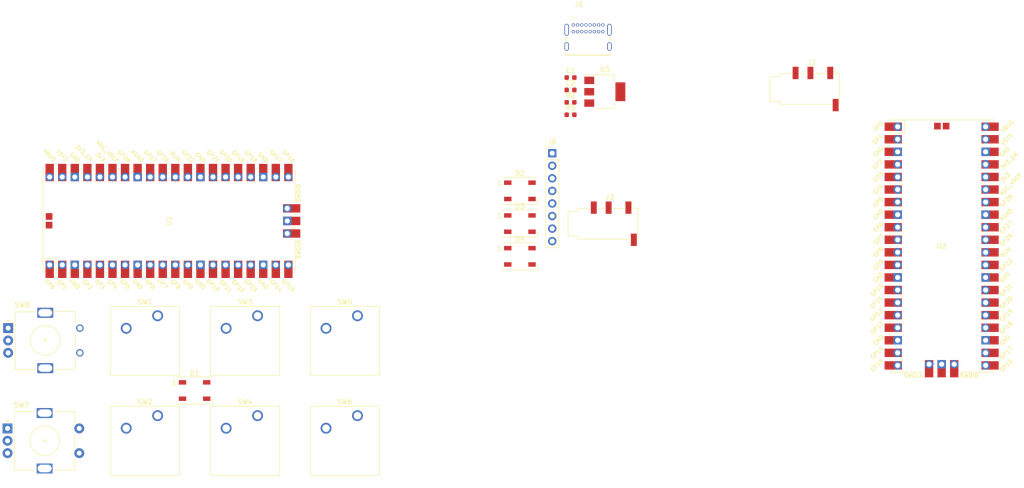
<source format=kicad_pcb>
(kicad_pcb (version 20221018) (generator pcbnew)
  (layers (0 "F.Cu" signal) (31 "B.Cu" signal) (34 "B.Paste" user) (35 "F.Paste" user) (36 "B.SilkS" user "B.Silkscreen") (37 "F.SilkS" user "F.Silkscreen") (38 "B.Mask" user) (39 "F.Mask" user) (44 "Edge.Cuts" user))
  (net 0 "")
  (net 1 "/VBUS_PAD")
  (net 2 "GND")
  (net 3 "/VREG_PAD")
  (net 4 "Net-(D1-DOUT)")
  (net 5 "/LED_SIGNAL")
  (net 6 "Net-(D2-DOUT)")
  (net 7 "Net-(D3-DOUT)")
  (net 9 "/VIN_MAC")
  (net 10 "Net-(J1-CC1)")
  (net 11 "/D+")
  (net 12 "/D-")
  (net 14 "Net-(J1-CC2)")
  (net 16 "Net-(J1-SHELL-PadS1)")
  (net 17 "/RX_PAD")
  (net 18 "/TX_PAD")
  (net 19 "/TX_MAC")
  (net 20 "/RX_MAC")
  (net 21 "/BUSY")
  (net 22 "/RST")
  (net 23 "/DC")
  (net 24 "/CS")
  (net 25 "/CLK")
  (net 26 "/DIN")
  (net 27 "/3.3v")
  (net 28 "/Button_1")
  (net 29 "/Button_2")
  (net 30 "/Button_3")
  (net 31 "/Button_4")
  (net 32 "/Button_5")
  (net 33 "/Button_6")
  (net 34 "/Rotary_1A")
  (net 35 "/Rotary_1B")
  (net 36 "/Button_7")
  (net 37 "/Rotary_2A")
  (net 38 "/Rotary_2B")
  (net 40 "/Button_8")
  (net 57 "Net-(J4-Pin_3)")
  (net 58 "Net-(J4-Pin_2)")
  (net 59 "Net-(J4-Pin_1)")
  (net 83 "Net-(J5-Pin_3)")
  (net 84 "Net-(J5-Pin_2)")
  (net 85 "Net-(J5-Pin_1)")
  (footprint "Button_Switch_Keyboard:SW_Cherry_MX_1.00u_PCB" (layer "F.Cu") (at 83.94 114.42)
    (fp_text reference "SW3" (at -2.54 -2.794) (layer "F.SilkS"))
    (fp_text value "SW_Push")
    (pad "" np_thru_hole circle (at -7.62 5.08) (size 1.7 1.7) (drill 1.7) (layers "*.Cu" "*.Mask"))
    (pad "" np_thru_hole circle (at -2.54 5.08) (size 4 4) (drill 4) (layers "*.Cu" "*.Mask"))
    (pad "" np_thru_hole circle (at 2.54 5.08) (size 1.7 1.7) (drill 1.7) (layers "*.Cu" "*.Mask"))
    (pad "1" thru_hole circle (at 0 0) (size 2.2 2.2) (drill 1.5) (layers "*.Cu" "*.Mask") (net 30 "/Button_3"))
    (pad "2" thru_hole circle (at -6.35 2.54) (size 2.2 2.2) (drill 1.5) (layers "*.Cu" "*.Mask") (net 2 "GND"))
  )
  (footprint "Connector_Audio:Jack_3.5mm_PJ320D_Horizontal" (layer "F.Cu") (at 155.095 95.81)
    (fp_text reference "J3" (at 0.05 -5.35) (layer "F.SilkS"))
    (fp_text value "AudioJack4")
    (pad "" np_thru_hole circle (at -4.775 0) (size 1.5 1.5) (drill 1.5) (layers "*.Cu" "*.Mask"))
    (pad "" np_thru_hole circle (at 2.225 0) (size 1.5 1.5) (drill 1.5) (layers "*.Cu" "*.Mask"))
    (pad "R1" smd rect (at -0.175 -3.25) (size 1.2 2.5) (layers "F.Cu" "F.Paste" "F.Mask") (net 19 "/TX_MAC"))
    (pad "R2" smd rect (at -3.175 -3.25) (size 1.2 2.5) (layers "F.Cu" "F.Paste" "F.Mask") (net 2 "GND"))
    (pad "S" smd rect (at 4.925 3.25) (size 1.2 2.5) (layers "F.Cu" "F.Paste" "F.Mask") (net 9 "/VIN_MAC"))
    (pad "T" smd rect (at 3.825 -3.25) (size 1.2 2.5) (layers "F.Cu" "F.Paste" "F.Mask") (net 20 "/RX_MAC"))
  )
  (footprint "Button_Switch_Keyboard:SW_Cherry_MX_1.00u_PCB" (layer "F.Cu") (at 63.74 114.42)
    (fp_text reference "SW1" (at -2.54 -2.794) (layer "F.SilkS"))
    (fp_text value "SW_Push")
    (pad "" np_thru_hole circle (at -7.62 5.08) (size 1.7 1.7) (drill 1.7) (layers "*.Cu" "*.Mask"))
    (pad "" np_thru_hole circle (at -2.54 5.08) (size 4 4) (drill 4) (layers "*.Cu" "*.Mask"))
    (pad "" np_thru_hole circle (at 2.54 5.08) (size 1.7 1.7) (drill 1.7) (layers "*.Cu" "*.Mask"))
    (pad "1" thru_hole circle (at 0 0) (size 2.2 2.2) (drill 1.5) (layers "*.Cu" "*.Mask") (net 28 "/Button_1"))
    (pad "2" thru_hole circle (at -6.35 2.54) (size 2.2 2.2) (drill 1.5) (layers "*.Cu" "*.Mask") (net 2 "GND"))
  )
  (footprint "Rotary_Encoder:RotaryEncoder_Alps_EC11E-Switch_Vertical_H20mm" (layer "F.Cu") (at 33.39 137.2)
    (fp_text reference "SW7" (at 2.8 -4.7) (layer "F.SilkS"))
    (fp_text value "RotaryEncoder_Switch")
    (pad "A" thru_hole rect (at 0 0) (size 2 2) (drill 1) (layers "*.Cu" "*.Mask") (net 34 "/Rotary_1A"))
    (pad "B" thru_hole circle (at 0 5) (size 2 2) (drill 1) (layers "*.Cu" "*.Mask") (net 35 "/Rotary_1B"))
    (pad "C" thru_hole circle (at 0 2.5) (size 2 2) (drill 1) (layers "*.Cu" "*.Mask") (net 2 "GND"))
    (pad "MP" thru_hole rect (at 7.5 -3.1) (size 3.2 2) (drill oval 2.8 1.5) (layers "*.Cu" "*.Mask"))
    (pad "MP" thru_hole rect (at 7.5 8.1) (size 3.2 2) (drill oval 2.8 1.5) (layers "*.Cu" "*.Mask"))
    (pad "S1" thru_hole circle (at 14.5 5) (size 2 2) (drill 1) (layers "*.Cu" "*.Mask") (net 36 "/Button_7"))
    (pad "S2" thru_hole circle (at 14.5 0) (size 2 2) (drill 1) (layers "*.Cu" "*.Mask") (net 2 "GND"))
  )
  (footprint "Button_Switch_Keyboard:SW_Cherry_MX_1.00u_PCB" (layer "F.Cu") (at 83.94 134.62)
    (fp_text reference "SW4" (at -2.54 -2.794) (layer "F.SilkS"))
    (fp_text value "SW_Push")
    (pad "" np_thru_hole circle (at -7.62 5.08) (size 1.7 1.7) (drill 1.7) (layers "*.Cu" "*.Mask"))
    (pad "" np_thru_hole circle (at -2.54 5.08) (size 4 4) (drill 4) (layers "*.Cu" "*.Mask"))
    (pad "" np_thru_hole circle (at 2.54 5.08) (size 1.7 1.7) (drill 1.7) (layers "*.Cu" "*.Mask"))
    (pad "1" thru_hole circle (at 0 0) (size 2.2 2.2) (drill 1.5) (layers "*.Cu" "*.Mask") (net 31 "/Button_4"))
    (pad "2" thru_hole circle (at -6.35 2.54) (size 2.2 2.2) (drill 1.5) (layers "*.Cu" "*.Mask") (net 2 "GND"))
  )
  (footprint "Library:RPi_Pico_SMD_TH" (layer "F.Cu") (at 66.04 95.25 90)
    (fp_text reference "U1" (at 0 0 90) (layer "F.SilkS"))
    (fp_text value "Pico")
    (fp_text user "GND" (at -12.8 19.05 135) (layer "F.SilkS") (effects (font (size 0.8 0.8))))
    (fp_text user "GP0" (at -12.8 -24.13 135) (layer "F.SilkS") (effects (font (size 0.8 0.8))))
    (fp_text user "GP20" (at 13.054 11.43 135) (layer "F.SilkS") (effects (font (size 0.8 0.8))))
    (fp_text user "GP7" (at -12.7 -1.3 135) (layer "F.SilkS") (effects (font (size 0.8 0.8))))
    (fp_text user "VBUS" (at 13.3 -24.2 135) (layer "F.SilkS") (effects (font (size 0.8 0.8))))
    (fp_text user "GP26" (at 13.054 -1.27 135) (layer "F.SilkS") (effects (font (size 0.8 0.8))))
    (fp_text user "GP3" (at -12.8 -13.97 135) (layer "F.SilkS") (effects (font (size 0.8 0.8))))
    (fp_text user "GP11" (at -13.2 11.43 135) (layer "F.SilkS") (effects (font (size 0.8 0.8))))
    (fp_text user "GND" (at -12.8 -19.05 135) (layer "F.SilkS") (effects (font (size 0.8 0.8))))
    (fp_text user "GP27" (at 13.054 -3.8 135) (layer "F.SilkS") (effects (font (size 0.8 0.8))))
    (fp_text user "GP10" (at -13.054 8.89 135) (layer "F.SilkS") (effects (font (size 0.8 0.8))))
    (fp_text user "GP21" (at 13.054 8.9 135) (layer "F.SilkS") (effects (font (size 0.8 0.8))))
    (fp_text user "GND" (at 12.8 19.05 135) (layer "F.SilkS") (effects (font (size 0.8 0.8))))
    (fp_text user "SWCLK" (at -5.7 26.2 90) (layer "F.SilkS") (effects (font (size 0.8 0.8))))
    (fp_text user "GP4" (at -12.8 -11.43 135) (layer "F.SilkS") (effects (font (size 0.8 0.8))))
    (fp_text user "GP18" (at 13.054 16.51 135) (layer "F.SilkS") (effects (font (size 0.8 0.8))))
    (fp_text user "GP15" (at -13.054 24.13 135) (layer "F.SilkS") (effects (font (size 0.8 0.8))))
    (fp_text user "ADC_VREF" (at 14 -12.5 135) (layer "F.SilkS") (effects (font (size 0.8 0.8))))
    (fp_text user "GP22" (at 13.054 3.81 135) (layer "F.SilkS") (effects (font (size 0.8 0.8))))
    (fp_text user "GP5" (at -12.8 -8.89 135) (layer "F.SilkS") (effects (font (size 0.8 0.8))))
    (fp_text user "AGND" (at 13.054 -6.35 135) (layer "F.SilkS") (effects (font (size 0.8 0.8))))
    (fp_text user "GP2" (at -12.9 -16.51 135) (layer "F.SilkS") (effects (font (size 0.8 0.8))))
    (fp_text user "GP16" (at 13.054 24.13 135) (layer "F.SilkS") (effects (font (size 0.8 0.8))))
    (fp_text user "GP8" (at -12.8 1.27 135) (layer "F.SilkS") (effects (font (size 0.8 0.8))))
    (fp_text user "GP6" (at -12.8 -3.81 135) (layer "F.SilkS") (effects (font (size 0.8 0.8))))
    (fp_text user "GP1" (at -12.9 -21.6 135) (layer "F.SilkS") (effects (font (size 0.8 0.8))))
    (fp_text user "GP19" (at 13.054 13.97 135) (layer "F.SilkS") (effects (font (size 0.8 0.8))))
    (fp_text user "GP28" (at 13.054 -9.144 135) (layer "F.SilkS") (effects (font (size 0.8 0.8))))
    (fp_text user "SWDIO" (at 5.6 26.2 90) (layer "F.SilkS") (effects (font (size 0.8 0.8))))
    (fp_text user "GP9" (at -12.8 3.81 135) (layer "F.SilkS") (effects (font (size 0.8 0.8))))
    (fp_text user "GND" (at -12.8 -6.35 135) (layer "F.SilkS") (effects (font (size 0.8 0.8))))
    (fp_text user "GND" (at -12.8 6.35 135) (layer "F.SilkS") (effects (font (size 0.8 0.8))))
    (fp_text user "GP14" (at -13.1 21.59 135) (layer "F.SilkS") (effects (font (size 0.8 0.8))))
    (fp_text user "GND" (at 12.8 -19.05 135) (layer "F.SilkS") (effects (font (size 0.8 0.8))))
    (fp_text user "RUN" (at 13 1.27 135) (layer "F.SilkS") (effects (font (size 0.8 0.8))))
    (fp_text user "GP17" (at 13.054 21.59 135) (layer "F.SilkS") (effects (font (size 0.8 0.8))))
    (fp_text user "3V3" (at 12.9 -13.9 135) (layer "F.SilkS") (effects (font (size 0.8 0.8))))
    (fp_text user "GND" (at 12.8 6.35 135) (layer "F.SilkS") (effects (font (size 0.8 0.8))))
    (fp_text user "GP13" (at -13.054 16.51 135) (layer "F.SilkS") (effects (font (size 0.8 0.8))))
    (fp_text user "3V3_EN" (at 13.7 -17.2 135) (layer "F.SilkS") (effects (font (size 0.8 0.8))))
    (fp_text user "VSYS" (at 13.2 -21.59 135) (layer "F.SilkS") (effects (font (size 0.8 0.8))))
    (fp_text user "GP12" (at -13.2 13.97 135) (layer "F.SilkS") (effects (font (size 0.8 0.8))))
    (pad "" np_thru_hole oval (at -2.725 -24 90) (size 1.8 1.8) (drill 1.8) (layers "*.Cu" "*.Mask"))
    (pad "" np_thru_hole oval (at -2.425 -20.97 90) (size 1.5 1.5) (drill 1.5) (layers "*.Cu" "*.Mask"))
    (pad "" np_thru_hole oval (at 2.425 -20.97 90) (size 1.5 1.5) (drill 1.5) (layers "*.Cu" "*.Mask"))
    (pad "" np_thru_hole oval (at 2.725 -24 90) (size 1.8 1.8) (drill 1.8) (layers "*.Cu" "*.Mask"))
    (pad "1" thru_hole oval (at -8.89 -24.13 90) (size 1.7 1.7) (drill 1.02) (layers "*.Cu" "*.Mask"))
    (pad "1" smd rect (at -8.89 -24.13 90) (size 3.5 1.7) (drill (offset -0.9 0)) (layers "F.Cu" "F.Mask"))
    (pad "2" thru_hole oval (at -8.89 -21.59 90) (size 1.7 1.7) (drill 1.02) (layers "*.Cu" "*.Mask") (net 28 "/Button_1"))
    (pad "2" smd rect (at -8.89 -21.59 90) (size 3.5 1.7) (drill (offset -0.9 0)) (layers "F.Cu" "F.Mask") (net 28 "/Button_1"))
    (pad "3" thru_hole rect (at -8.89 -19.05 90) (size 1.7 1.7) (drill 1.02) (layers "*.Cu" "*.Mask") (net 2 "GND"))
    (pad "3" smd rect (at -8.89 -19.05 90) (size 3.5 1.7) (drill (offset -0.9 0)) (layers "F.Cu" "F.Mask") (net 2 "GND"))
    (pad "4" thru_hole oval (at -8.89 -16.51 90) (size 1.7 1.7) (drill 1.02) (layers "*.Cu" "*.Mask") (net 29 "/Button_2"))
    (pad "4" smd rect (at -8.89 -16.51 90) (size 3.5 1.7) (drill (offset -0.9 0)) (layers "F.Cu" "F.Mask") (net 29 "/Button_2"))
    (pad "5" thru_hole oval (at -8.89 -13.97 90) (size 1.7 1.7) (drill 1.02) (layers "*.Cu" "*.Mask") (net 30 "/Button_3"))
    (pad "5" smd rect (at -8.89 -13.97 90) (size 3.5 1.7) (drill (offset -0.9 0)) (layers "F.Cu" "F.Mask") (net 30 "/Button_3"))
    (pad "6" thru_hole oval (at -8.89 -11.43 90) (size 1.7 1.7) (drill 1.02) (layers "*.Cu" "*.Mask") (net 31 "/Button_4"))
    (pad "6" smd rect (at -8.89 -11.43 90) (size 3.5 1.7) (drill (offset -0.9 0)) (layers "F.Cu" "F.Mask") (net 31 "/Button_4"))
    (pad "7" thru_hole oval (at -8.89 -8.89 90) (size 1.7 1.7) (drill 1.02) (layers "*.Cu" "*.Mask") (net 32 "/Button_5"))
    (pad "7" smd rect (at -8.89 -8.89 90) (size 3.5 1.7) (drill (offset -0.9 0)) (layers "F.Cu" "F.Mask") (net 32 "/Button_5"))
    (pad "8" thru_hole rect (at -8.89 -6.35 90) (size 1.7 1.7) (drill 1.02) (layers "*.Cu" "*.Mask") (net 2 "GND"))
    (pad "8" smd rect (at -8.89 -6.35 90) (size 3.5 1.7) (drill (offset -0.9 0)) (layers "F.Cu" "F.Mask") (net 2 "GND"))
    (pad "9" thru_hole oval (at -8.89 -3.81 90) (size 1.7 1.7) (drill 1.02) (layers "*.Cu" "*.Mask") (net 33 "/Button_6"))
    (pad "9" smd rect (at -8.89 -3.81 90) (size 3.5 1.7) (drill (offset -0.9 0)) (layers "F.Cu" "F.Mask") (net 33 "/Button_6"))
    (pad "10" thru_hole oval (at -8.89 -1.27 90) (size 1.7 1.7) (drill 1.02) (layers "*.Cu" "*.Mask") (net 36 "/Button_7"))
    (pad "10" smd rect (at -8.89 -1.27 90) (size 3.5 1.7) (drill (offset -0.9 0)) (layers "F.Cu" "F.Mask") (net 36 "/Button_7"))
    (pad "11" thru_hole oval (at -8.89 1.27 90) (size 1.7 1.7) (drill 1.02) (layers "*.Cu" "*.Mask") (net 40 "/Button_8"))
    (pad "11" smd rect (at -8.89 1.27 90) (size 3.5 1.7) (drill (offset -0.9 0)) (layers "F.Cu" "F.Mask") (net 40 "/Button_8"))
    (pad "12" thru_hole oval (at -8.89 3.81 90) (size 1.7 1.7) (drill 1.02) (layers "*.Cu" "*.Mask"))
    (pad "12" smd rect (at -8.89 3.81 90) (size 3.5 1.7) (drill (offset -0.9 0)) (layers "F.Cu" "F.Mask"))
    (pad "13" thru_hole rect (at -8.89 6.35 90) (size 1.7 1.7) (drill 1.02) (layers "*.Cu" "*.Mask") (net 2 "GND"))
    (pad "13" smd rect (at -8.89 6.35 90) (size 3.5 1.7) (drill (offset -0.9 0)) (layers "F.Cu" "F.Mask") (net 2 "GND"))
    (pad "14" thru_hole oval (at -8.89 8.89 90) (size 1.7 1.7) (drill 1.02) (layers "*.Cu" "*.Mask") (net 34 "/Rotary_1A"))
    (pad "14" smd rect (at -8.89 8.89 90) (size 3.5 1.7) (drill (offset -0.9 0)) (layers "F.Cu" "F.Mask") (net 34 "/Rotary_1A"))
    (pad "15" thru_hole oval (at -8.89 11.43 90) (size 1.7 1.7) (drill 1.02) (layers "*.Cu" "*.Mask") (net 35 "/Rotary_1B"))
    (pad "15" smd rect (at -8.89 11.43 90) (size 3.5 1.7) (drill (offset -0.9 0)) (layers "F.Cu" "F.Mask") (net 35 "/Rotary_1B"))
    (pad "16" thru_hole oval (at -8.89 13.97 90) (size 1.7 1.7) (drill 1.02) (layers "*.Cu" "*.Mask") (net 37 "/Rotary_2A"))
    (pad "16" smd rect (at -8.89 13.97 90) (size 3.5 1.7) (drill (offset -0.9 0)) (layers "F.Cu" "F.Mask") (net 37 "/Rotary_2A"))
    (pad "17" thru_hole oval (at -8.89 16.51 90) (size 1.7 1.7) (drill 1.02) (layers "*.Cu" "*.Mask") (net 38 "/Rotary_2B"))
    (pad "17" smd rect (at -8.89 16.51 90) (size 3.5 1.7) (drill (offset -0.9 0)) (layers "F.Cu" "F.Mask") (net 38 "/Rotary_2B"))
    (pad "18" thru_hole rect (at -8.89 19.05 90) (size 1.7 1.7) (drill 1.02) (layers "*.Cu" "*.Mask") (net 2 "GND"))
    (pad "18" smd rect (at -8.89 19.05 90) (size 3.5 1.7) (drill (offset -0.9 0)) (layers "F.Cu" "F.Mask") (net 2 "GND"))
    (pad "19" thru_hole oval (at -8.89 21.59 90) (size 1.7 1.7) (drill 1.02) (layers "*.Cu" "*.Mask"))
    (pad "19" smd rect (at -8.89 21.59 90) (size 3.5 1.7) (drill (offset -0.9 0)) (layers "F.Cu" "F.Mask"))
    (pad "20" thru_hole oval (at -8.89 24.13 90) (size 1.7 1.7) (drill 1.02) (layers "*.Cu" "*.Mask") (net 5 "/LED_SIGNAL"))
    (pad "20" smd rect (at -8.89 24.13 90) (size 3.5 1.7) (drill (offset -0.9 0)) (layers "F.Cu" "F.Mask") (net 5 "/LED_SIGNAL"))
    (pad "21" thru_hole oval (at 8.89 24.13 90) (size 1.7 1.7) (drill 1.02) (layers "*.Cu" "*.Mask") (net 17 "/RX_PAD"))
    (pad "21" smd rect (at 8.89 24.13 90) (size 3.5 1.7) (drill (offset 0.9 0)) (layers "F.Cu" "F.Mask") (net 17 "/RX_PAD"))
    (pad "22" thru_hole oval (at 8.89 21.59 90) (size 1.7 1.7) (drill 1.02) (layers "*.Cu" "*.Mask") (net 18 "/TX_PAD"))
    (pad "22" smd rect (at 8.89 21.59 90) (size 3.5 1.7) (drill (offset 0.9 0)) (layers "F.Cu" "F.Mask") (net 18 "/TX_PAD"))
    (pad "23" thru_hole rect (at 8.89 19.05 90) (size 1.7 1.7) (drill 1.02) (layers "*.Cu" "*.Mask") (net 2 "GND"))
    (pad "23" smd rect (at 8.89 19.05 90) (size 3.5 1.7) (drill (offset 0.9 0)) (layers "F.Cu" "F.Mask") (net 2 "GND"))
    (pad "24" thru_hole oval (at 8.89 16.51 90) (size 1.7 1.7) (drill 1.02) (layers "*.Cu" "*.Mask"))
    (pad "24" smd rect (at 8.89 16.51 90) (size 3.5 1.7) (drill (offset 0.9 0)) (layers "F.Cu" "F.Mask"))
    (pad "25" thru_hole oval (at 8.89 13.97 90) (size 1.7 1.7) (drill 1.02) (layers "*.Cu" "*.Mask"))
    (pad "25" smd rect (at 8.89 13.97 90) (size 3.5 1.7) (drill (offset 0.9 0)) (layers "F.Cu" "F.Mask"))
    (pad "26" thru_hole oval (at 8.89 11.43 90) (size 1.7 1.7) (drill 1.02) (layers "*.Cu" "*.Mask"))
    (pad "26" smd rect (at 8.89 11.43 90) (size 3.5 1.7) (drill (offset 0.9 0)) (layers "F.Cu" "F.Mask"))
    (pad "27" thru_hole oval (at 8.89 8.89 90) (size 1.7 1.7) (drill 1.02) (layers "*.Cu" "*.Mask"))
    (pad "27" smd rect (at 8.89 8.89 90) (size 3.5 1.7) (drill (offset 0.9 0)) (layers "F.Cu" "F.Mask"))
    (pad "28" thru_hole rect (at 8.89 6.35 90) (size 1.7 1.7) (drill 1.02) (layers "*.Cu" "*.Mask") (net 2 "GND"))
    (pad "28" smd rect (at 8.89 6.35 90) (size 3.5 1.7) (drill (offset 0.9 0)) (layers "F.Cu" "F.Mask") (net 2 "GND"))
    (pad "29" thru_hole oval (at 8.89 3.81 90) (size 1.7 1.7) (drill 1.02) (layers "*.Cu" "*.Mask"))
    (pad "29" smd rect (at 8.89 3.81 90) (size 3.5 1.7) (drill (offset 0.9 0)) (layers "F.Cu" "F.Mask"))
    (pad "30" thru_hole oval (at 8.89 1.27 90) (size 1.7 1.7) (drill 1.02) (layers "*.Cu" "*.Mask"))
    (pad "30" smd rect (at 8.89 1.27 90) (size 3.5 1.7) (drill (offset 0.9 0)) (layers "F.Cu" "F.Mask"))
    (pad "31" thru_hole oval (at 8.89 -1.27 90) (size 1.7 1.7) (drill 1.02) (layers "*.Cu" "*.Mask"))
    (pad "31" smd rect (at 8.89 -1.27 90) (size 3.5 1.7) (drill (offset 0.9 0)) (layers "F.Cu" "F.Mask"))
    (pad "32" thru_hole oval (at 8.89 -3.81 90) (size 1.7 1.7) (drill 1.02) (layers "*.Cu" "*.Mask"))
    (pad "32" smd rect (at 8.89 -3.81 90) (size 3.5 1.7) (drill (offset 0.9 0)) (layers "F.Cu" "F.Mask"))
    (pad "33" thru_hole rect (at 8.89 -6.35 90) (size 1.7 1.7) (drill 1.02) (layers "*.Cu" "*.Mask"))
    (pad "33" smd rect (at 8.89 -6.35 90) (size 3.5 1.7) (drill (offset 0.9 0)) (layers "F.Cu" "F.Mask"))
    (pad "34" thru_hole oval (at 8.89 -8.89 90) (size 1.7 1.7) (drill 1.02) (layers "*.Cu" "*.Mask"))
    (pad "34" smd rect (at 8.89 -8.89 90) (size 3.5 1.7) (drill (offset 0.9 0)) (layers "F.Cu" "F.Mask"))
    (pad "35" thru_hole oval (at 8.89 -11.43 90) (size 1.7 1.7) (drill 1.02) (layers "*.Cu" "*.Mask"))
    (pad "35" smd rect (at 8.89 -11.43 90) (size 3.5 1.7) (drill (offset 0.9 0)) (layers "F.Cu" "F.Mask"))
    (pad "36" thru_hole oval (at 8.89 -13.97 90) (size 1.7 1.7) (drill 1.02) (layers "*.Cu" "*.Mask"))
    (pad "36" smd rect (at 8.89 -13.97 90) (size 3.5 1.7) (drill (offset 0.9 0)) (layers "F.Cu" "F.Mask"))
    (pad "37" thru_hole oval (at 8.89 -16.51 90) (size 1.7 1.7) (drill 1.02) (layers "*.Cu" "*.Mask"))
    (pad "37" smd rect (at 8.89 -16.51 90) (size 3.5 1.7) (drill (offset 0.9 0)) (layers "F.Cu" "F.Mask"))
    (pad "38" thru_hole rect (at 8.89 -19.05 90) (size 1.7 1.7) (drill 1.02) (layers "*.Cu" "*.Mask") (net 2 "GND"))
    (pad "38" smd rect (at 8.89 -19.05 90) (size 3.5 1.7) (drill (offset 0.9 0)) (layers "F.Cu" "F.Mask") (net 2 "GND"))
    (pad "39" thru_hole oval (at 8.89 -21.59 90) (size 1.7 1.7) (drill 1.02) (layers "*.Cu" "*.Mask"))
    (pad "39" smd rect (at 8.89 -21.59 90) (size 3.5 1.7) (drill (offset 0.9 0)) (layers "F.Cu" "F.Mask"))
    (pad "40" thru_hole oval (at 8.89 -24.13 90) (size 1.7 1.7) (drill 1.02) (layers "*.Cu" "*.Mask") (net 3 "/VREG_PAD"))
    (pad "40" smd rect (at 8.89 -24.13 90) (size 3.5 1.7) (drill (offset 0.9 0)) (layers "F.Cu" "F.Mask") (net 3 "/VREG_PAD"))
    (pad "41" thru_hole oval (at -2.54 23.9 90) (size 1.7 1.7) (drill 1.02) (layers "*.Cu" "*.Mask") (net 57 "Net-(J4-Pin_3)"))
    (pad "41" smd rect (at -2.54 23.9 180) (size 3.5 1.7) (drill (offset -0.9 0)) (layers "F.Cu" "F.Mask") (net 57 "Net-(J4-Pin_3)"))
    (pad "42" thru_hole rect (at 0 23.9 90) (size 1.7 1.7) (drill 1.02) (layers "*.Cu" "*.Mask") (net 58 "Net-(J4-Pin_2)"))
    (pad "42" smd rect (at 0 23.9 180) (size 3.5 1.7) (drill (offset -0.9 0)) (layers "F.Cu" "F.Mask") (net 58 "Net-(J4-Pin_2)"))
    (pad "43" thru_hole oval (at 2.54 23.9 90) (size 1.7 1.7) (drill 1.02) (layers "*.Cu" "*.Mask") (net 59 "Net-(J4-Pin_1)"))
    (pad "43" smd rect (at 2.54 23.9 180) (size 3.5 1.7) (drill (offset -0.9 0)) (layers "F.Cu" "F.Mask") (net 59 "Net-(J4-Pin_1)"))
    (pad "TP2" smd rect (at -1.75 -24.25 90) (size 1.35 1.35) (drill (offset 0.9 0)) (layers "F.Cu" "F.Mask"))
    (pad "TP3" smd rect (at 0 -24.25 90) (size 1.35 1.35) (drill (offset 0.9 0)) (layers "F.Cu" "F.Mask"))
  )
  (footprint "Capacitor_SMD:C_0603_1608Metric" (layer "F.Cu") (at 147.215 68.77)
    (fp_text reference "C2" (at 0 -1.43) (layer "F.SilkS"))
    (fp_text value "10u")
    (pad "1" smd roundrect (at -0.775 0) (size 0.9 0.95) (layers "F.Cu" "F.Paste" "F.Mask") (net 3 "/VREG_PAD"))
    (pad "2" smd roundrect (at 0.775 0) (size 0.9 0.95) (layers "F.Cu" "F.Paste" "F.Mask") (net 2 "GND"))
  )
  (footprint "LED_SMD:LED_WS2812B_PLCC4_5.0x5.0mm_P3.2mm" (layer "F.Cu") (at 136.98 102.405)
    (fp_text reference "D4" (at 0 -3.5) (layer "F.SilkS"))
    (fp_text value "SK6812MINI")
    (fp_text user "1" (at -4.15 -1.6) (layer "F.SilkS"))
    (pad "1" smd rect (at -2.45 -1.65) (size 1.5 0.9) (layers "F.Cu" "F.Paste" "F.Mask"))
    (pad "2" smd rect (at -2.45 1.65) (size 1.5 0.9) (layers "F.Cu" "F.Paste" "F.Mask") (net 2 "GND"))
    (pad "3" smd rect (at 2.45 1.65) (size 1.5 0.9) (layers "F.Cu" "F.Paste" "F.Mask") (net 7 "Net-(D3-DOUT)"))
    (pad "4" smd rect (at 2.45 -1.65) (size 1.5 0.9) (layers "F.Cu" "F.Paste" "F.Mask") (net 3 "/VREG_PAD"))
  )
  (footprint "Capacitor_SMD:C_0603_1608Metric" (layer "F.Cu") (at 147.215 66.26)
    (fp_text reference "C1" (at 0 -1.43) (layer "F.SilkS"))
    (fp_text value "10u")
    (pad "1" smd roundrect (at -0.775 0) (size 0.9 0.95) (layers "F.Cu" "F.Paste" "F.Mask") (net 1 "/VBUS_PAD"))
    (pad "2" smd roundrect (at 0.775 0) (size 0.9 0.95) (layers "F.Cu" "F.Paste" "F.Mask") (net 2 "GND"))
  )
  (footprint "Connector_PinHeader_2.54mm:PinHeader_1x08_P2.54mm_Vertical" (layer "F.Cu") (at 143.515 81.56)
    (fp_text reference "J6" (at 0 -2.33) (layer "F.SilkS"))
    (fp_text value "Conn_01x08_Pin")
    (pad "1" thru_hole rect (at 0 0) (size 1.7 1.7) (drill 1) (layers "*.Cu" "*.Mask") (net 21 "/BUSY"))
    (pad "2" thru_hole oval (at 0 2.54) (size 1.7 1.7) (drill 1) (layers "*.Cu" "*.Mask") (net 22 "/RST"))
    (pad "3" thru_hole oval (at 0 5.08) (size 1.7 1.7) (drill 1) (layers "*.Cu" "*.Mask") (net 23 "/DC"))
    (pad "4" thru_hole oval (at 0 7.62) (size 1.7 1.7) (drill 1) (layers "*.Cu" "*.Mask") (net 24 "/CS"))
    (pad "5" thru_hole oval (at 0 10.16) (size 1.7 1.7) (drill 1) (layers "*.Cu" "*.Mask") (net 25 "/CLK"))
    (pad "6" thru_hole oval (at 0 12.7) (size 1.7 1.7) (drill 1) (layers "*.Cu" "*.Mask") (net 26 "/DIN"))
    (pad "7" thru_hole oval (at 0 15.24) (size 1.7 1.7) (drill 1) (layers "*.Cu" "*.Mask") (net 2 "GND"))
    (pad "8" thru_hole oval (at 0 17.78) (size 1.7 1.7) (drill 1) (layers "*.Cu" "*.Mask") (net 27 "/3.3v"))
  )
  (footprint "Button_Switch_Keyboard:SW_Cherry_MX_1.00u_PCB" (layer "F.Cu") (at 104.14 134.62)
    (fp_text reference "SW6" (at -2.54 -2.794) (layer "F.SilkS"))
    (fp_text value "SW_Push")
    (pad "" np_thru_hole circle (at -7.62 5.08) (size 1.7 1.7) (drill 1.7) (layers "*.Cu" "*.Mask"))
    (pad "" np_thru_hole circle (at -2.54 5.08) (size 4 4) (drill 4) (layers "*.Cu" "*.Mask"))
    (pad "" np_thru_hole circle (at 2.54 5.08) (size 1.7 1.7) (drill 1.7) (layers "*.Cu" "*.Mask"))
    (pad "1" thru_hole circle (at 0 0) (size 2.2 2.2) (drill 1.5) (layers "*.Cu" "*.Mask") (net 33 "/Button_6"))
    (pad "2" thru_hole circle (at -6.35 2.54) (size 2.2 2.2) (drill 1.5) (layers "*.Cu" "*.Mask") (net 2 "GND"))
  )
  (footprint "Capacitor_SMD:C_0603_1608Metric" (layer "F.Cu") (at 147.215 73.79)
    (fp_text reference "R3" (at 0 -1.43) (layer "F.SilkS"))
    (fp_text value "5k1")
    (pad "1" smd roundrect (at -0.775 0) (size 0.9 0.95) (layers "F.Cu" "F.Paste" "F.Mask") (net 2 "GND"))
    (pad "2" smd roundrect (at 0.775 0) (size 0.9 0.95) (layers "F.Cu" "F.Paste" "F.Mask") (net 14 "Net-(J1-CC2)"))
  )
  (footprint "Rotary_Encoder:RotaryEncoder_Alps_EC11E_Vertical_H20mm" (layer "F.Cu") (at 33.515 116.92)
    (fp_text reference "SW8" (at 2.8 -4.7) (layer "F.SilkS"))
    (fp_text value "RotaryEncoder_Switch")
    (pad "" thru_hole circle (at 14.5 0) (size 1.5 1.5) (drill 1) (layers "*.Cu" "*.Mask"))
    (pad "" thru_hole circle (at 14.5 5) (size 1.5 1.5) (drill 1) (layers "*.Cu" "*.Mask"))
    (pad "A" thru_hole rect (at 0 0) (size 2 2) (drill 1) (layers "*.Cu" "*.Mask") (net 37 "/Rotary_2A"))
    (pad "B" thru_hole circle (at 0 5) (size 2 2) (drill 1) (layers "*.Cu" "*.Mask") (net 38 "/Rotary_2B"))
    (pad "C" thru_hole circle (at 0 2.5) (size 2 2) (drill 1) (layers "*.Cu" "*.Mask") (net 2 "GND"))
    (pad "MP" thru_hole rect (at 7.5 -3.1) (size 3.2 2) (drill oval 2.8 1.5) (layers "*.Cu" "*.Mask"))
    (pad "MP" thru_hole rect (at 7.5 8.1) (size 3.2 2) (drill oval 2.8 1.5) (layers "*.Cu" "*.Mask"))
  )
  (footprint "LED_SMD:LED_WS2812B_PLCC4_5.0x5.0mm_P3.2mm" (layer "F.Cu") (at 136.98 95.785)
    (fp_text reference "D3" (at 0 -3.5) (layer "F.SilkS"))
    (fp_text value "SK6812MINI")
    (fp_text user "1" (at -4.15 -1.6) (layer "F.SilkS"))
    (pad "1" smd rect (at -2.45 -1.65) (size 1.5 0.9) (layers "F.Cu" "F.Paste" "F.Mask") (net 7 "Net-(D3-DOUT)"))
    (pad "2" smd rect (at -2.45 1.65) (size 1.5 0.9) (layers "F.Cu" "F.Paste" "F.Mask") (net 2 "GND"))
    (pad "3" smd rect (at 2.45 1.65) (size 1.5 0.9) (layers "F.Cu" "F.Paste" "F.Mask") (net 6 "Net-(D2-DOUT)"))
    (pad "4" smd rect (at 2.45 -1.65) (size 1.5 0.9) (layers "F.Cu" "F.Paste" "F.Mask") (net 3 "/VREG_PAD"))
  )
  (footprint "Button_Switch_Keyboard:SW_Cherry_MX_1.00u_PCB" (layer "F.Cu") (at 104.14 114.42)
    (fp_text reference "SW5" (at -2.54 -2.794) (layer "F.SilkS"))
    (fp_text value "SW_Push")
    (pad "" np_thru_hole circle (at -7.62 5.08) (size 1.7 1.7) (drill 1.7) (layers "*.Cu" "*.Mask"))
    (pad "" np_thru_hole circle (at -2.54 5.08) (size 4 4) (drill 4) (layers "*.Cu" "*.Mask"))
    (pad "" np_thru_hole circle (at 2.54 5.08) (size 1.7 1.7) (drill 1.7) (layers "*.Cu" "*.Mask"))
    (pad "1" thru_hole circle (at 0 0) (size 2.2 2.2) (drill 1.5) (layers "*.Cu" "*.Mask") (net 32 "/Button_5"))
    (pad "2" thru_hole circle (at -6.35 2.54) (size 2.2 2.2) (drill 1.5) (layers "*.Cu" "*.Mask") (net 2 "GND"))
  )
  (footprint "Library:RPi_Pico_SMD_TH" (layer "F.Cu") (at 222.25 100.33)
    (fp_text reference "U2" (at 0 0) (layer "F.SilkS"))
    (fp_text value "Pico")
    (fp_text user "GP15" (at -13.054 24.13 45) (layer "F.SilkS") (effects (font (size 0.8 0.8))))
    (fp_text user "3V3" (at 12.9 -13.9 45) (layer "F.SilkS") (effects (font (size 0.8 0.8))))
    (fp_text user "AGND" (at 13.054 -6.35 45) (layer "F.SilkS") (effects (font (size 0.8 0.8))))
    (fp_text user "GP28" (at 13.054 -9.144 45) (layer "F.SilkS") (effects (font (size 0.8 0.8))))
    (fp_text user "GND" (at -12.8 19.05 45) (layer "F.SilkS") (effects (font (size 0.8 0.8))))
    (fp_text user "GND" (at -12.8 6.35 45) (layer "F.SilkS") (effects (font (size 0.8 0.8))))
    (fp_text user "GND" (at 12.8 19.05 45) (layer "F.SilkS") (effects (font (size 0.8 0.8))))
    (fp_text user "GP8" (at -12.8 1.27 45) (layer "F.SilkS") (effects (font (size 0.8 0.8))))
    (fp_text user "GND" (at 12.8 -19.05 45) (layer "F.SilkS") (effects (font (size 0.8 0.8))))
    (fp_text user "VBUS" (at 13.3 -24.2 45) (layer "F.SilkS") (effects (font (size 0.8 0.8))))
    (fp_text user "GP9" (at -12.8 3.81 45) (layer "F.SilkS") (effects (font (size 0.8 0.8))))
    (fp_text user "RUN" (at 13 1.27 45) (layer "F.SilkS") (effects (font (size 0.8 0.8))))
    (fp_text user "GP12" (at -13.2 13.97 45) (layer "F.SilkS") (effects (font (size 0.8 0.8))))
    (fp_text user "GP22" (at 13.054 3.81 45) (layer "F.SilkS") (effects (font (size 0.8 0.8))))
    (fp_text user "GP26" (at 13.054 -1.27 45) (layer "F.SilkS") (effects (font (size 0.8 0.8))))
    (fp_text user "SWCLK" (at -5.7 26.2) (layer "F.SilkS") (effects (font (size 0.8 0.8))))
    (fp_text user "VSYS" (at 13.2 -21.59 45) (layer "F.SilkS") (effects (font (size 0.8 0.8))))
    (fp_text user "GP6" (at -12.8 -3.81 45) (layer "F.SilkS") (effects (font (size 0.8 0.8))))
    (fp_text user "GP18" (at 13.054 16.51 45) (layer "F.SilkS") (effects (font (size 0.8 0.8))))
    (fp_text user "GP21" (at 13.054 8.9 45) (layer "F.SilkS") (effects (font (size 0.8 0.8))))
    (fp_text user "GP14" (at -13.1 21.59 45) (layer "F.SilkS") (effects (font (size 0.8 0.8))))
    (fp_text user "GP7" (at -12.7 -1.3 45) (layer "F.SilkS") (effects (font (size 0.8 0.8))))
    (fp_text user "GP17" (at 13.054 21.59 45) (layer "F.SilkS") (effects (font (size 0.8 0.8))))
    (fp_text user "GP11" (at -13.2 11.43 45) (layer "F.SilkS") (effects (font (size 0.8 0.8))))
    (fp_text user "ADC_VREF" (at 14 -12.5 45) (layer "F.SilkS") (effects (font (size 0.8 0.8))))
    (fp_text user "GP20" (at 13.054 11.43 45) (layer "F.SilkS") (effects (font (size 0.8 0.8))))
    (fp_text user "GP13" (at -13.054 16.51 45) (layer "F.SilkS") (effects (font (size 0.8 0.8))))
    (fp_text user "GP2" (at -12.9 -16.51 45) (layer "F.SilkS") (effects (font (size 0.8 0.8))))
    (fp_text user "GP27" (at 13.054 -3.8 45) (layer "F.SilkS") (effects (font (size 0.8 0.8))))
    (fp_text user "3V3_EN" (at 13.7 -17.2 45) (layer "F.SilkS") (effects (font (size 0.8 0.8))))
    (fp_text user "SWDIO" (at 5.6 26.2) (layer "F.SilkS") (effects (font (size 0.8 0.8))))
    (fp_text user "GP3" (at -12.8 -13.97 45) (layer "F.SilkS") (effects (font (size 0.8 0.8))))
    (fp_text user "GP4" (at -12.8 -11.43 45) (layer "F.SilkS") (effects (font (size 0.8 0.8))))
    (fp_text user "GP0" (at -12.8 -24.13 45) (layer "F.SilkS") (effects (font (size 0.8 0.8))))
    (fp_text user "GP19" (at 13.054 13.97 45) (layer "F.SilkS") (effects (font (size 0.8 0.8))))
    (fp_text user "GND" (at -12.8 -19.05 45) (layer "F.SilkS") (effects (font (size 0.8 0.8))))
    (fp_text user "GP5" (at -12.8 -8.89 45) (layer "F.SilkS") (effects (font (size 0.8 0.8))))
    (fp_text user "GP10" (at -13.054 8.89 45) (layer "F.SilkS") (effects (font (size 0.8 0.8))))
    (fp_text user "GND" (at -12.8 -6.35 45) (layer "F.SilkS") (effects (font (size 0.8 0.8))))
    (fp_text user "GP1" (at -12.9 -21.6 45) (layer "F.SilkS") (effects (font (size 0.8 0.8))))
    (fp_text user "GP16" (at 13.054 24.13 45) (layer "F.SilkS") (effects (font (size 0.8 0.8))))
    (fp_text user "GND" (at 12.8 6.35 45) (layer "F.SilkS") (effects (font (size 0.8 0.8))))
    (pad "" np_thru_hole oval (at -2.725 -24) (size 1.8 1.8) (drill 1.8) (layers "*.Cu" "*.Mask"))
    (pad "" np_thru_hole oval (at -2.425 -20.97) (size 1.5 1.5) (drill 1.5) (layers "*.Cu" "*.Mask"))
    (pad "" np_thru_hole oval (at 2.425 -20.97) (size 1.5 1.5) (drill 1.5) (layers "*.Cu" "*.Mask"))
    (pad "" np_thru_hole oval (at 2.725 -24) (size 1.8 1.8) (drill 1.8) (layers "*.Cu" "*.Mask"))
    (pad "1" thru_hole oval (at -8.89 -24.13) (size 1.7 1.7) (drill 1.02) (layers "*.Cu" "*.Mask"))
    (pad "1" smd rect (at -8.89 -24.13) (size 3.5 1.7) (drill (offset -0.9 0)) (layers "F.Cu" "F.Mask"))
    (pad "2" thru_hole oval (at -8.89 -21.59) (size 1.7 1.7) (drill 1.02) (layers "*.Cu" "*.Mask") (net 24 "/CS"))
    (pad "2" smd rect (at -8.89 -21.59) (size 3.5 1.7) (drill (offset -0.9 0)) (layers "F.Cu" "F.Mask") (net 24 "/CS"))
    (pad "3" thru_hole rect (at -8.89 -19.05) (size 1.7 1.7) (drill 1.02) (layers "*.Cu" "*.Mask") (net 2 "GND"))
    (pad "3" smd rect (at -8.89 -19.05) (size 3.5 1.7) (drill (offset -0.9 0)) (layers "F.Cu" "F.Mask") (net 2 "GND"))
    (pad "4" thru_hole oval (at -8.89 -16.51) (size 1.7 1.7) (drill 1.02) (layers "*.Cu" "*.Mask") (net 25 "/CLK"))
    (pad "4" smd rect (at -8.89 -16.51) (size 3.5 1.7) (drill (offset -0.9 0)) (layers "F.Cu" "F.Mask") (net 25 "/CLK"))
    (pad "5" thru_hole oval (at -8.89 -13.97) (size 1.7 1.7) (drill 1.02) (layers "*.Cu" "*.Mask") (net 26 "/DIN"))
    (pad "5" smd rect (at -8.89 -13.97) (size 3.5 1.7) (drill (offset -0.9 0)) (layers "F.Cu" "F.Mask") (net 26 "/DIN"))
    (pad "6" thru_hole oval (at -8.89 -11.43) (size 1.7 1.7) (drill 1.02) (layers "*.Cu" "*.Mask") (net 22 "/RST"))
    (pad "6" smd rect (at -8.89 -11.43) (size 3.5 1.7) (drill (offset -0.9 0)) (layers "F.Cu" "F.Mask") (net 22 "/RST"))
    (pad "7" thru_hole oval (at -8.89 -8.89) (size 1.7 1.7) (drill 1.02) (layers "*.Cu" "*.Mask"))
    (pad "7" smd rect (at -8.89 -8.89) (size 3.5 1.7) (drill (offset -0.9 0)) (layers "F.Cu" "F.Mask"))
    (pad "8" thru_hole rect (at -8.89 -6.35) (size 1.7 1.7) (drill 1.02) (layers "*.Cu" "*.Mask") (net 2 "GND"))
    (pad "8" smd rect (at -8.89 -6.35) (size 3.5 1.7) (drill (offset -0.9 0)) (layers "F.Cu" "F.Mask") (net 2 "GND"))
    (pad "9" thru_hole oval (at -8.89 -3.81) (size 1.7 1.7) (drill 1.02) (layers "*.Cu" "*.Mask") (net 23 "/DC"))
    (pad "9" smd rect (at -8.89 -3.81) (size 3.5 1.7) (drill (offset -0.9 0)) (layers "F.Cu" "F.Mask") (net 23 "/DC"))
    (pad "10" thru_hole oval (at -8.89 -1.27) (size 1.7 1.7) (drill 1.02) (layers "*.Cu" "*.Mask") (net 21 "/BUSY"))
    (pad "10" smd rect (at -8.89 -1.27) (size 3.5 1.7) (drill (offset -0.9 0)) (layers "F.Cu" "F.Mask") (net 21 "/BUSY"))
    (pad "11" thru_hole oval (at -8.89 1.27) (size 1.7 1.7) (drill 1.02) (layers "*.Cu" "*.Mask"))
    (pad "11" smd rect (at -8.89 1.27) (size 3.5 1.7) (drill (offset -0.9 0)) (layers "F.Cu" "F.Mask"))
    (pad "12" thru_hole oval (at -8.89 3.81) (size 1.7 1.7) (drill 1.02) (layers "*.Cu" "*.Mask"))
    (pad "12" smd rect (at -8.89 3.81) (size 3.5 1.7) (drill (offset -0.9 0)) (layers "F.Cu" "F.Mask"))
    (pad "13" thru_hole rect (at -8.89 6.35) (size 1.7 1.7) (drill 1.02) (layers "*.Cu" "*.Mask") (net 2 "GND"))
    (pad "13" smd rect (at -8.89 6.35) (size 3.5 1.7) (drill (offset -0.9 0)) (layers "F.Cu" "F.Mask") (net 2 "GND"))
    (pad "14" thru_hole oval (at -8.89 8.89) (size 1.7 1.7) (drill 1.02) (layers "*.Cu" "*.Mask"))
    (pad "14" smd rect (at -8.89 8.89) (size 3.5 1.7) (drill (offset -0.9 0)) (layers "F.Cu" "F.Mask"))
    (pad "15" thru_hole oval (at -8.89 11.43) (size 1.7 1.7) (drill 1.02) (layers "*.Cu" "*.Mask"))
    (pad "15" smd rect (at -8.89 11.43) (size 3.5 1.7) (drill (offset -0.9 0)) (layers "F.Cu" "F.Mask"))
    (pad "16" thru_hole oval (at -8.89 13.97) (size 1.7 1.7) (drill 1.02) (layers "*.Cu" "*.Mask"))
    (pad "16" smd rect (at -8.89 13.97) (size 3.5 1.7) (drill (offset -0.9 0)) (layers "F.Cu" "F.Mask"))
    (pad "17" thru_hole oval (at -8.89 16.51) (size 1.7 1.7) (drill 1.02) (layers "*.Cu" "*.Mask"))
    (pad "17" smd rect (at -8.89 16.51) (size 3.5 1.7) (drill (offset -0.9 0)) (layers "F.Cu" "F.Mask"))
    (pad "18" thru_hole rect (at -8.89 19.05) (size 1.7 1.7) (drill 1.02) (layers "*.Cu" "*.Mask") (net 2 "GND"))
    (pad "18" smd rect (at -8.89 19.05) (size 3.5 1.7) (drill (offset -0.9 0)) (layers "F.Cu" "F.Mask") (net 2 "GND"))
    (pad "19" thru_hole oval (at -8.89 21.59) (size 1.7 1.7) (drill 1.02) (layers "*.Cu" "*.Mask"))
    (pad "19" smd rect (at -8.89 21.59) (size 3.5 1.7) (drill (offset -0.9 0)) (layers "F.Cu" "F.Mask"))
    (pad "20" thru_hole oval (at -8.89 24.13) (size 1.7 1.7) (drill 1.02) (layers "*.Cu" "*.Mask"))
    (pad "20" smd rect (at -8.89 24.13) (size 3.5 1.7) (drill (offset -0.9 0)) (layers "F.Cu" "F.Mask"))
    (pad "21" thru_hole oval (at 8.89 24.13) (size 1.7 1.7) (drill 1.02) (layers "*.Cu" "*.Mask") (net 20 "/RX_MAC"))
    (pad "21" smd rect (at 8.89 24.13) (size 3.5 1.7) (drill (offset 0.9 0)) (layers "F.Cu" "F.Mask") (net 20 "/RX_MAC"))
    (pad "22" thru_hole oval (at 8.89 21.59) (size 1.7 1.7) (drill 1.02) (layers "*.Cu" "*.Mask") (net 19 "/TX_MAC"))
    (pad "22" smd rect (at 8.89 21.59) (size 3.5 1.7) (drill (offset 0.9 0)) (layers "F.Cu" "F.Mask") (net 19 "/TX_MAC"))
    (pad "23" thru_hole rect (at 8.89 19.05) (size 1.7 1.7) (drill 1.02) (layers "*.Cu" "*.Mask") (net 2 "GND"))
    (pad "23" smd rect (at 8.89 19.05) (size 3.5 1.7) (drill (offset 0.9 0)) (layers "F.Cu" "F.Mask") (net 2 "GND"))
    (pad "24" thru_hole oval (at 8.89 16.51) (size 1.7 1.7) (drill 1.02) (layers "*.Cu" "*.Mask"))
    (pad "24" smd rect (at 8.89 16.51) (size 3.5 1.7) (drill (offset 0.9 0)) (layers "F.Cu" "F.Mask"))
    (pad "25" thru_hole oval (at 8.89 13.97) (size 1.7 1.7) (drill 1.02) (layers "*.Cu" "*.Mask"))
    (pad "25" smd rect (at 8.89 13.97) (size 3.5 1.7) (drill (offset 0.9 0)) (layers "F.Cu" "F.Mask"))
    (pad "26" thru_hole oval (at 8.89 11.43) (size 1.7 1.7) (drill 1.02) (layers "*.Cu" "*.Mask"))
    (pad "26" smd rect (at 8.89 11.43) (size 3.5 1.7) (drill (offset 0.9 0)) (layers "F.Cu" "F.Mask"))
    (pad "27" thru_hole oval (at 8.89 8.89) (size 1.7 1.7) (drill 1.02) (layers "*.Cu" "*.Mask"))
    (pad "27" smd rect (at 8.89 8.89) (size 3.5 1.7) (drill (offset 0.9 0)) (layers "F.Cu" "F.Mask"))
    (pad "28" thru_hole rect (at 8.89 6.35) (size 1.7 1.7) (drill 1.02) (layers "*.Cu" "*.Mask") (net 2 "GND"))
    (pad "28" smd rect (at 8.89 6.35) (size 3.5 1.7) (drill (offset 0.9 0)) (layers "F.Cu" "F.Mask") (net 2 "GND"))
    (pad "29" thru_hole oval (at 8.89 3.81) (size 1.7 1.7) (drill 1.02) (layers "*.Cu" "*.Mask"))
    (pad "29" smd rect (at 8.89 3.81) (size 3.5 1.7) (drill (offset 0.9 0)) (layers "F.Cu" "F.Mask"))
    (pad "30" thru_hole oval (at 8.89 1.27) (size 1.7 1.7) (drill 1.02) (layers "*.Cu" "*.Mask"))
    (pad "30" smd rect (at 8.89 1.27) (size 3.5 1.7) (drill (offset 0.9 0)) (layers "F.Cu" "F.Mask"))
    (pad "31" thru_hole oval (at 8.89 -1.27) (size 1.7 1.7) (drill 1.02) (layers "*.Cu" "*.Mask"))
    (pad "31" smd rect (at 8.89 -1.27) (size 3.5 1.7) (drill (offset 0.9 0)) (layers "F.Cu" "F.Mask"))
    (pad "32" thru_hole oval (at 8.89 -3.81) (size 1.7 1.7) (drill 1.02) (layers "*.Cu" "*.Mask"))
    (pad "32" smd rect (at 8.89 -3.81) (size 3.5 1.7) (drill (offset 0.9 0)) (layers "F.Cu" "F.Mask"))
    (pad "33" thru_hole rect (at 8.89 -6.35) (size 1.7 1.7) (drill 1.02) (layers "*.Cu" "*.Mask"))
    (pad "33" smd rect (at 8.89 -6.35) (size 3.5 1.7) (drill (offset 0.9 0)) (layers "F.Cu" "F.Mask"))
    (pad "34" thru_hole oval (at 8.89 -8.89) (size 1.7 1.7) (drill 1.02) (layers "*.Cu" "*.Mask"))
    (pad "34" smd rect (at 8.89 -8.89) (size 3.5 1.7) (drill (offset 0.9 0)) (layers "F.Cu" "F.Mask"))
    (pad "35" thru_hole oval (at 8.89 -11.43) (size 1.7 1.7) (drill 1.02) (layers "*.Cu" "*.Mask"))
    (pad "35" smd rect (at 8.89 -11.43) (size 3.5 1.7) (drill (offset 0.9 0)) (layers "F.Cu" "F.Mask"))
    (pad "36" thru_hole oval (at 8.89 -13.97) (size 1.7 1.7) (drill 1.02) (layers "*.Cu" "*.Mask") (net 27 "/3.3v"))
    (pad "36" smd rect (at 8.89 -13.97) (size 3.5 1.7) (drill (offset 0.9 0)) (layers "F.Cu" "F.Mask") (net 27 "/3.3v"))
    (pad "37" thru_hole oval (at 8.89 -16.51) (size 1.7 1.7) (drill 1.02) (layers "*.Cu" "*.Mask"))
    (pad "37" smd rect (at 8.89 -16.51) (size 3.5 1.7) (drill (offset 0.9 0)) (layers "F.Cu" "F.Mask"))
    (pad "38" thru_hole rect (at 8.89 -19.05) (size 1.7 1.7) (drill 1.02) (layers "*.Cu" "*.Mask") (net 2 "GND"))
    (pad "38" smd rect (at 8.89 -19.05) (size 3.5 1.7) (drill (offset 0.9 0)) (layers "F.Cu" "F.Mask") (net 2 "GND"))
    (pad "39" thru_hole oval (at 8.89 -21.59) (size 1.7 1.7) (drill 1.02) (layers "*.Cu" "*.Mask"))
    (pad "39" smd rect (at 8.89 -21.59) (size 3.5 1.7) (drill (offset 0.9 0)) (layers "F.Cu" "F.Mask"))
    (pad "40" thru_hole oval (at 8.89 -24.13) (size 1.7 1.7) (drill 1.02) (layers "*.Cu" "*.Mask") (net 9 "/VIN_MAC"))
    (pad "40" smd rect (at 8.89 -24.13) (size 3.5 1.7) (drill (offset 0.9 0)) (layers "F.Cu" "F.Mask") (net 9 "/VIN_MAC"))
    (pad "41" thru_hole oval (at -2.54 23.9) (size 1.7 1.7) (drill 1.02) (layers "*.Cu" "*.Mask") (net 83 "Net-(J5-Pin_3)"))
    (pad "41" smd rect (at -2.54 23.9 90) (size 3.5 1.7) (drill (offset -0.9 0)) (layers "F.Cu" "F.Mask") (net 83 "Net-(J5-Pin_3)"))
    (pad "42" thru_hole rect (at 0 23.9) (size 1.7 1.7) (drill 1.02) (layers "*.Cu" "*.Mask") (net 84 "Net-(J5-Pin_2)"))
    (pad "42" smd rect (at 0 23.9 90) (size 3.5 1.7) (drill (offset -0.9 0)) (layers "F.Cu" "F.Mask") (net 84 "Net-(J5-Pin_2)"))
    (pad "43" thru_hole oval (at 2.54 23.9) (size 1.7 1.7) (drill 1.02) (layers "*.Cu" "*.Mask") (net 85 "Net-(J5-Pin_1)"))
    (pad "43" smd rect (at 2.54 23.9 90) (size 3.5 1.7) (drill (offset -0.9 0)) (layers "F.Cu" "F.Mask") (net 85 "Net-(J5-Pin_1)"))
    (pad "TP2" smd rect (at -1.75 -24.25) (size 1.35 1.35) (drill (offset 0.9 0)) (layers "F.Cu" "F.Mask"))
    (pad "TP3" smd rect (at 0 -24.25) (size 1.35 1.35) (drill (offset 0.9 0)) (layers "F.Cu" "F.Mask"))
  )
  (footprint "LED_SMD:LED_WS2812B_PLCC4_5.0x5.0mm_P3.2mm" (layer "F.Cu") (at 71.21 129.54)
    (fp_text reference "D1" (at 0 -3.5) (layer "F.SilkS"))
    (fp_text value "SK6812MINI")
    (fp_text user "1" (at -4.15 -1.6) (layer "F.SilkS"))
    (pad "1" smd rect (at -2.45 -1.65) (size 1.5 0.9) (layers "F.Cu" "F.Paste" "F.Mask") (net 4 "Net-(D1-DOUT)"))
    (pad "2" smd rect (at -2.45 1.65) (size 1.5 0.9) (layers "F.Cu" "F.Paste" "F.Mask") (net 2 "GND"))
    (pad "3" smd rect (at 2.45 1.65) (size 1.5 0.9) (layers "F.Cu" "F.Paste" "F.Mask") (net 5 "/LED_SIGNAL"))
    (pad "4" smd rect (at 2.45 -1.65) (size 1.5 0.9) (layers "F.Cu" "F.Paste" "F.Mask") (net 3 "/VREG_PAD"))
  )
  (footprint "Button_Switch_Keyboard:SW_Cherry_MX_1.00u_PCB" (layer "F.Cu") (at 63.74 134.62)
    (fp_text reference "SW2" (at -2.54 -2.794) (layer "F.SilkS"))
    (fp_text value "SW_Push")
    (pad "" np_thru_hole circle (at -7.62 5.08) (size 1.7 1.7) (drill 1.7) (layers "*.Cu" "*.Mask"))
    (pad "" np_thru_hole circle (at -2.54 5.08) (size 4 4) (drill 4) (layers "*.Cu" "*.Mask"))
    (pad "" np_thru_hole circle (at 2.54 5.08) (size 1.7 1.7) (drill 1.7) (layers "*.Cu" "*.Mask"))
    (pad "1" thru_hole circle (at 0 0) (size 2.2 2.2) (drill 1.5) (layers "*.Cu" "*.Mask") (net 29 "/Button_2"))
    (pad "2" thru_hole circle (at -6.35 2.54) (size 2.2 2.2) (drill 1.5) (layers "*.Cu" "*.Mask") (net 2 "GND"))
  )
  (footprint "Connector_Audio:Jack_3.5mm_PJ320D_Horizontal" (layer "F.Cu") (at 195.895 68.58)
    (fp_text reference "J2" (at 0.05 -5.35) (layer "F.SilkS"))
    (fp_text value "AudioJack4")
    (pad "" np_thru_hole circle (at -4.775 0) (size 1.5 1.5) (drill 1.5) (layers "*.Cu" "*.Mask"))
    (pad "" np_thru_hole circle (at 2.225 0) (size 1.5 1.5) (drill 1.5) (layers "*.Cu" "*.Mask"))
    (pad "R1" smd rect (at -0.175 -3.25) (size 1.2 2.5) (layers "F.Cu" "F.Paste" "F.Mask") (net 17 "/RX_PAD"))
    (pad "R2" smd rect (at -3.175 -3.25) (size 1.2 2.5) (layers "F.Cu" "F.Paste" "F.Mask") (net 2 "GND"))
    (pad "S" smd rect (at 4.925 3.25) (size 1.2 2.5) (layers "F.Cu" "F.Paste" "F.Mask") (net 1 "/VBUS_PAD"))
    (pad "T" smd rect (at 3.825 -3.25) (size 1.2 2.5) (layers "F.Cu" "F.Paste" "F.Mask") (net 18 "/TX_PAD"))
  )
  (footprint "USB-C:GCT_USB4085-GF-A_REVB" (layer "F.Cu") (at 150.76 59.985)
    (fp_text reference "J1" (at -1.85 -8.555) (layer "F.SilkS"))
    (fp_text value "USB4085-GF-A_REVB")
    (pad "A1" thru_hole circle (at -2.975 -4.36) (size 0.65 0.65) (drill 0.4) (layers "*.Cu" "*.Mask") (net 2 "GND"))
    (pad "A4" thru_hole circle (at -2.125 -4.36) (size 0.65 0.65) (drill 0.4) (layers "*.Cu" "*.Mask") (net 9 "/VIN_MAC"))
    (pad "A5" thru_hole circle (at -1.275 -4.36) (size 0.65 0.65) (drill 0.4) (layers "*.Cu" "*.Mask") (net 10 "Net-(J1-CC1)"))
    (pad "A6" thru_hole circle (at -0.425 -4.36) (size 0.65 0.65) (drill 0.4) (layers "*.Cu" "*.Mask") (net 11 "/D+"))
    (pad "A7" thru_hole circle (at 0.425 -4.36) (size 0.65 0.65) (drill 0.4) (layers "*.Cu" "*.Mask") (net 12 "/D-"))
    (pad "A8" thru_hole circle (at 1.275 -4.36) (size 0.65 0.65) (drill 0.4) (layers "*.Cu" "*.Mask"))
    (pad "A9" thru_hole circle (at 2.125 -4.36) (size 0.65 0.65) (drill 0.4) (layers "*.Cu" "*.Mask") (net 9 "/VIN_MAC"))
    (pad "A12" thru_hole circle (at 2.975 -4.36) (size 0.65 0.65) (drill 0.4) (layers "*.Cu" "*.Mask") (net 2 "GND"))
    (pad "B1" thru_hole circle (at 2.975 -3.01) (size 0.65 0.65) (drill 0.4) (layers "*.Cu" "*.Mask") (net 2 "GND"))
    (pad "B4" thru_hole circle (at 2.125 -3.01) (size 0.65 0.65) (drill 0.4) (layers "*.Cu" "*.Mask") (net 9 "/VIN_MAC"))
    (pad "B5" thru_hole circle (at 1.275 -3.01) (size 0.65 0.65) (drill 0.4) (layers "*.Cu" "*.Mask") (net 14 "Net-(J1-CC2)"))
    (pad "B6" thru_hole circle (at 0.425 -3.01) (size 0.65 0.65) (drill 0.4) (layers "*.Cu" "*.Mask") (net 11 "/D+"))
    (pad "B7" thru_hole circle (at -0.425 -3.01) (size 0.65 0.65) (drill 0.4) (layers "*.Cu" "*.Mask") (net 12 "/D-"))
    (pad "B8" thru_hole circle (at -1.275 -3.01) (size 0.65 0.65) (drill 0.4) (layers "*.Cu" "*.Mask"))
    (pad "B9" thru_hole circle (at -2.125 -3.01) (size 0.65 0.65) (drill 0.4) (layers "*.Cu" "*.Mask") (net 9 "/VIN_MAC"))
    (pad "B12" thru_hole circle (at -2.975 -3.01) (size 0.65 0.65) (drill 0.4) (layers "*.Cu" "*.Mask") (net 2 "GND"))
    (pad "S1" thru_hole oval (at -4.325 0) (size 0.9 1.7) (drill oval 0.6 1.4) (layers "*.Cu" "*.Mask") (net 16 "Net-(J1-SHELL-PadS1)"))
    (pad "S2" thru_hole oval (at 4.325 0) (size 0.9 1.7) (drill oval 0.6 1.4) (layers "*.Cu" "*.Mask") (net 16 "Net-(J1-SHELL-PadS1)"))
    (pad "S3" thru_hole oval (at -4.325 -3.38) (size 0.9 2.4) (drill oval 0.6 2.1) (layers "*.Cu" "*.Mask") (net 16 "Net-(J1-SHELL-PadS1)"))
    (pad "S4" thru_hole oval (at 4.325 -3.38) (size 0.9 2.4) (drill oval 0.6 2.1) (layers "*.Cu" "*.Mask") (net 16 "Net-(J1-SHELL-PadS1)"))
  )
  (footprint "Package_TO_SOT_SMD:SOT-223-3_TabPin2" (layer "F.Cu") (at 154.145 69.13)
    (fp_text reference "U3" (at 0 -4.5) (layer "F.SilkS"))
    (fp_text value "LM1117MP-5.0")
    (pad "1" smd rect (at -3.15 -2.3) (size 2 1.5) (layers "F.Cu" "F.Paste" "F.Mask") (net 2 "GND"))
    (pad "2" smd rect (at -3.15 0) (size 2 1.5) (layers "F.Cu" "F.Paste" "F.Mask") (net 3 "/VREG_PAD"))
    (pad "2" smd rect (at 3.15 0) (size 2 3.8) (layers "F.Cu" "F.Paste" "F.Mask") (net 3 "/VREG_PAD"))
    (pad "3" smd rect (at -3.15 2.3) (size 2 1.5) (layers "F.Cu" "F.Paste" "F.Mask") (net 1 "/VBUS_PAD"))
  )
  (footprint "LED_SMD:LED_WS2812B_PLCC4_5.0x5.0mm_P3.2mm" (layer "F.Cu") (at 136.98 89.165)
    (fp_text reference "D2" (at 0 -3.5) (layer "F.SilkS"))
    (fp_text value "SK6812MINI")
    (fp_text user "1" (at -4.15 -1.6) (layer "F.SilkS"))
    (pad "1" smd rect (at -2.45 -1.65) (size 1.5 0.9) (layers "F.Cu" "F.Paste" "F.Mask") (net 6 "Net-(D2-DOUT)"))
    (pad "2" smd rect (at -2.45 1.65) (size 1.5 0.9) (layers "F.Cu" "F.Paste" "F.Mask") (net 2 "GND"))
    (pad "3" smd rect (at 2.45 1.65) (size 1.5 0.9) (layers "F.Cu" "F.Paste" "F.Mask") (net 4 "Net-(D1-DOUT)"))
    (pad "4" smd rect (at 2.45 -1.65) (size 1.5 0.9) (layers "F.Cu" "F.Paste" "F.Mask") (net 3 "/VREG_PAD"))
  )
  (footprint "Capacitor_SMD:C_0603_1608Metric" (layer "F.Cu") (at 147.215 71.28)
    (fp_text reference "R2" (at 0 -1.43) (layer "F.SilkS"))
    (fp_text value "5k1")
    (pad "1" smd roundrect (at -0.775 0) (size 0.9 0.95) (layers "F.Cu" "F.Paste" "F.Mask") (net 2 "GND"))
    (pad "2" smd roundrect (at 0.775 0) (size 0.9 0.95) (layers "F.Cu" "F.Paste" "F.Mask") (net 10 "Net-(J1-CC1)"))
  )
)
</source>
